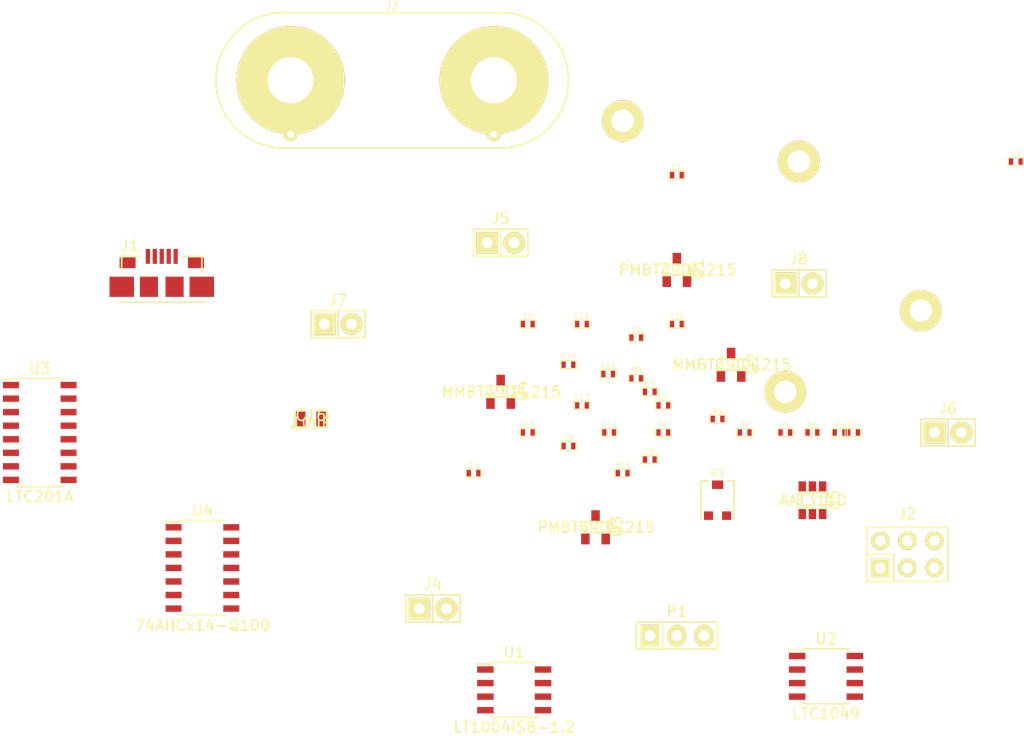
<source format=kicad_pcb>
(kicad_pcb (version 4) (host pcbnew "(after 2015-jan-16 BZR unknown)-product")

  (general
    (links 0)
    (no_connects 0)
    (area 0 0 0 0)
    (thickness 1.6)
    (drawings 0)
    (tracks 0)
    (zones 0)
    (modules 49)
    (nets 38)
  )

  (page USLetter)
  (title_block
    (title "Short finder")
    (company "Eric Kolker")
    (comment 1 "Adapted from LT AN45 fig. 13")
  )

  (layers
    (0 F.Cu signal)
    (31 B.Cu signal)
    (32 B.Adhes user)
    (33 F.Adhes user)
    (34 B.Paste user)
    (35 F.Paste user)
    (36 B.SilkS user)
    (37 F.SilkS user)
    (38 B.Mask user)
    (39 F.Mask user)
    (40 Dwgs.User user)
    (41 Cmts.User user)
    (42 Eco1.User user)
    (43 Eco2.User user)
    (44 Edge.Cuts user)
    (45 Margin user)
    (46 B.CrtYd user)
    (47 F.CrtYd user)
    (48 B.Fab user)
    (49 F.Fab user)
  )

  (setup
    (last_trace_width 0.254)
    (trace_clearance 0.254)
    (zone_clearance 0.508)
    (zone_45_only no)
    (trace_min 0.254)
    (segment_width 0.2)
    (edge_width 0.1)
    (via_size 0.889)
    (via_drill 0.635)
    (via_min_size 0.889)
    (via_min_drill 0.508)
    (uvia_size 0.508)
    (uvia_drill 0.127)
    (uvias_allowed no)
    (uvia_min_size 0.508)
    (uvia_min_drill 0.127)
    (pcb_text_width 0.3)
    (pcb_text_size 1.5 1.5)
    (mod_edge_width 0.15)
    (mod_text_size 1 1)
    (mod_text_width 0.15)
    (pad_size 1.5 1.5)
    (pad_drill 0.6)
    (pad_to_mask_clearance 0)
    (aux_axis_origin 0 0)
    (visible_elements FFFFFF7F)
    (pcbplotparams
      (layerselection 0x00030_80000001)
      (usegerberextensions false)
      (excludeedgelayer true)
      (linewidth 0.100000)
      (plotframeref false)
      (viasonmask false)
      (mode 1)
      (useauxorigin false)
      (hpglpennumber 1)
      (hpglpenspeed 20)
      (hpglpendiameter 15)
      (hpglpenoverlay 2)
      (psnegative false)
      (psa4output false)
      (plotreference true)
      (plotvalue true)
      (plotinvisibletext false)
      (padsonsilk false)
      (subtractmaskfromsilk false)
      (outputformat 1)
      (mirror false)
      (drillshape 1)
      (scaleselection 1)
      (outputdirectory ""))
  )

  (net 0 "")
  (net 1 GND)
  (net 2 /V+)
  (net 3 "Net-(C2-Pad2)")
  (net 4 "Net-(C2-Pad1)")
  (net 5 /VDD)
  (net 6 "Net-(C4-Pad1)")
  (net 7 "Net-(C6-Pad1)")
  (net 8 "Net-(C7-Pad1)")
  (net 9 "Net-(C9-Pad2)")
  (net 10 "Net-(C9-Pad1)")
  (net 11 /V_IN_REG)
  (net 12 /INV3_IN)
  (net 13 "Net-(C14-Pad2)")
  (net 14 "Net-(C14-Pad1)")
  (net 15 /V_USB)
  (net 16 "Net-(J1-Pad2)")
  (net 17 "Net-(J1-Pad3)")
  (net 18 "Net-(J1-Pad4)")
  (net 19 "Net-(J2-Pad2)")
  (net 20 /V_BATT)
  (net 21 /PROBE)
  (net 22 /OUT)
  (net 23 /SPEAKER)
  (net 24 "Net-(Q1-Pad2)")
  (net 25 "Net-(Q1-Pad1)")
  (net 26 "Net-(Q2-Pad1)")
  (net 27 "Net-(Q4-Pad3)")
  (net 28 "Net-(R1-Pad1)")
  (net 29 "Net-(R3-Pad2)")
  (net 30 /DRIVE)
  (net 31 /INV2_OUT)
  (net 32 "Net-(U1-Pad1)")
  (net 33 "Net-(U2-Pad1)")
  (net 34 "Net-(U2-Pad5)")
  (net 35 "Net-(U2-Pad8)")
  (net 36 /INV1)
  (net 37 "Net-(U3-Pad12)")

  (net_class Default "This is the default net class."
    (clearance 0.254)
    (trace_width 0.254)
    (via_dia 0.889)
    (via_drill 0.635)
    (uvia_dia 0.508)
    (uvia_drill 0.127)
    (add_net /DRIVE)
    (add_net /INV1)
    (add_net /INV2_OUT)
    (add_net /INV3_IN)
    (add_net /OUT)
    (add_net /PROBE)
    (add_net /SPEAKER)
    (add_net /V+)
    (add_net /VDD)
    (add_net /V_BATT)
    (add_net /V_IN_REG)
    (add_net /V_USB)
    (add_net GND)
    (add_net "Net-(C14-Pad1)")
    (add_net "Net-(C14-Pad2)")
    (add_net "Net-(C2-Pad1)")
    (add_net "Net-(C2-Pad2)")
    (add_net "Net-(C4-Pad1)")
    (add_net "Net-(C6-Pad1)")
    (add_net "Net-(C7-Pad1)")
    (add_net "Net-(C9-Pad1)")
    (add_net "Net-(C9-Pad2)")
    (add_net "Net-(J1-Pad2)")
    (add_net "Net-(J1-Pad3)")
    (add_net "Net-(J1-Pad4)")
    (add_net "Net-(J2-Pad2)")
    (add_net "Net-(Q1-Pad1)")
    (add_net "Net-(Q1-Pad2)")
    (add_net "Net-(Q2-Pad1)")
    (add_net "Net-(Q4-Pad3)")
    (add_net "Net-(R1-Pad1)")
    (add_net "Net-(R3-Pad2)")
    (add_net "Net-(U1-Pad1)")
    (add_net "Net-(U2-Pad1)")
    (add_net "Net-(U2-Pad5)")
    (add_net "Net-(U2-Pad8)")
    (add_net "Net-(U3-Pad12)")
  )

  (module !Parts:SMD-0402-C (layer F.Cu) (tedit 54DA6296) (tstamp 54DB1A08)
    (at 154.94 86.36)
    (path /54D6F994)
    (attr smd)
    (fp_text reference C1 (at 0 -0.762) (layer F.SilkS)
      (effects (font (size 0.5 0.5) (thickness 0.05)))
    )
    (fp_text value 470nF (at 0.09906 0) (layer F.SilkS) hide
      (effects (font (size 0.35052 0.3048) (thickness 0.07112)))
    )
    (fp_line (start 0.7366 0.381) (end 0.7366 -0.381) (layer F.SilkS) (width 0.1016))
    (fp_line (start 0.7366 -0.381) (end -0.7366 -0.381) (layer F.SilkS) (width 0.1016))
    (fp_line (start -0.7366 -0.381) (end -0.7366 0.3556) (layer F.SilkS) (width 0.1016))
    (fp_line (start -0.7366 0.3556) (end -0.7366 0.381) (layer F.SilkS) (width 0.1016))
    (fp_line (start -0.7366 0.381) (end 0.7366 0.381) (layer F.SilkS) (width 0.1016))
    (pad 2 smd rect (at 0.44958 0) (size 0.39878 0.59944) (layers F.Cu F.Paste F.Mask)
      (net 1 GND))
    (pad 1 smd rect (at -0.44958 0) (size 0.39878 0.59944) (layers F.Cu F.Paste F.Mask)
      (net 2 /V+))
    (model Capacitors_SMD/C_0402.wrl
      (at (xyz 0 0 0))
      (scale (xyz 1 1 1))
      (rotate (xyz 0 0 0))
    )
  )

  (module !Parts:SMD-0402-C (layer F.Cu) (tedit 54DA6296) (tstamp 54DB1A13)
    (at 153.67 110.49)
    (path /54D6CDAF)
    (attr smd)
    (fp_text reference C2 (at 0 -0.762) (layer F.SilkS)
      (effects (font (size 0.5 0.5) (thickness 0.05)))
    )
    (fp_text value 20nF (at 0.09906 0) (layer F.SilkS) hide
      (effects (font (size 0.35052 0.3048) (thickness 0.07112)))
    )
    (fp_line (start 0.7366 0.381) (end 0.7366 -0.381) (layer F.SilkS) (width 0.1016))
    (fp_line (start 0.7366 -0.381) (end -0.7366 -0.381) (layer F.SilkS) (width 0.1016))
    (fp_line (start -0.7366 -0.381) (end -0.7366 0.3556) (layer F.SilkS) (width 0.1016))
    (fp_line (start -0.7366 0.3556) (end -0.7366 0.381) (layer F.SilkS) (width 0.1016))
    (fp_line (start -0.7366 0.381) (end 0.7366 0.381) (layer F.SilkS) (width 0.1016))
    (pad 2 smd rect (at 0.44958 0) (size 0.39878 0.59944) (layers F.Cu F.Paste F.Mask)
      (net 3 "Net-(C2-Pad2)"))
    (pad 1 smd rect (at -0.44958 0) (size 0.39878 0.59944) (layers F.Cu F.Paste F.Mask)
      (net 4 "Net-(C2-Pad1)"))
    (model Capacitors_SMD/C_0402.wrl
      (at (xyz 0 0 0))
      (scale (xyz 1 1 1))
      (rotate (xyz 0 0 0))
    )
  )

  (module !Parts:SMD-0402-C (layer F.Cu) (tedit 54DA6296) (tstamp 54DB1A1E)
    (at 186.69 85.09)
    (path /54D9C7DA)
    (attr smd)
    (fp_text reference C3 (at 0 -0.762) (layer F.SilkS)
      (effects (font (size 0.5 0.5) (thickness 0.05)))
    )
    (fp_text value 20nF (at 0.09906 0) (layer F.SilkS) hide
      (effects (font (size 0.35052 0.3048) (thickness 0.07112)))
    )
    (fp_line (start 0.7366 0.381) (end 0.7366 -0.381) (layer F.SilkS) (width 0.1016))
    (fp_line (start 0.7366 -0.381) (end -0.7366 -0.381) (layer F.SilkS) (width 0.1016))
    (fp_line (start -0.7366 -0.381) (end -0.7366 0.3556) (layer F.SilkS) (width 0.1016))
    (fp_line (start -0.7366 0.3556) (end -0.7366 0.381) (layer F.SilkS) (width 0.1016))
    (fp_line (start -0.7366 0.381) (end 0.7366 0.381) (layer F.SilkS) (width 0.1016))
    (pad 2 smd rect (at 0.44958 0) (size 0.39878 0.59944) (layers F.Cu F.Paste F.Mask)
      (net 1 GND))
    (pad 1 smd rect (at -0.44958 0) (size 0.39878 0.59944) (layers F.Cu F.Paste F.Mask)
      (net 5 /VDD))
    (model Capacitors_SMD/C_0402.wrl
      (at (xyz 0 0 0))
      (scale (xyz 1 1 1))
      (rotate (xyz 0 0 0))
    )
  )

  (module !Parts:SMD-0402-C (layer F.Cu) (tedit 54DA6296) (tstamp 54DB1A29)
    (at 135.89 114.3)
    (path /54D6EC4F)
    (attr smd)
    (fp_text reference C4 (at 0 -0.762) (layer F.SilkS)
      (effects (font (size 0.5 0.5) (thickness 0.05)))
    )
    (fp_text value 10uF (at 0.09906 0) (layer F.SilkS) hide
      (effects (font (size 0.35052 0.3048) (thickness 0.07112)))
    )
    (fp_line (start 0.7366 0.381) (end 0.7366 -0.381) (layer F.SilkS) (width 0.1016))
    (fp_line (start 0.7366 -0.381) (end -0.7366 -0.381) (layer F.SilkS) (width 0.1016))
    (fp_line (start -0.7366 -0.381) (end -0.7366 0.3556) (layer F.SilkS) (width 0.1016))
    (fp_line (start -0.7366 0.3556) (end -0.7366 0.381) (layer F.SilkS) (width 0.1016))
    (fp_line (start -0.7366 0.381) (end 0.7366 0.381) (layer F.SilkS) (width 0.1016))
    (pad 2 smd rect (at 0.44958 0) (size 0.39878 0.59944) (layers F.Cu F.Paste F.Mask)
      (net 1 GND))
    (pad 1 smd rect (at -0.44958 0) (size 0.39878 0.59944) (layers F.Cu F.Paste F.Mask)
      (net 6 "Net-(C4-Pad1)"))
    (model Capacitors_SMD/C_0402.wrl
      (at (xyz 0 0 0))
      (scale (xyz 1 1 1))
      (rotate (xyz 0 0 0))
    )
  )

  (module !Parts:SMD-0402-C (layer F.Cu) (tedit 54DA6296) (tstamp 54DB1A34)
    (at 140.97 100.33)
    (path /54D9D30B)
    (attr smd)
    (fp_text reference C5 (at 0 -0.762) (layer F.SilkS)
      (effects (font (size 0.5 0.5) (thickness 0.05)))
    )
    (fp_text value 1uF (at 0.09906 0) (layer F.SilkS) hide
      (effects (font (size 0.35052 0.3048) (thickness 0.07112)))
    )
    (fp_line (start 0.7366 0.381) (end 0.7366 -0.381) (layer F.SilkS) (width 0.1016))
    (fp_line (start 0.7366 -0.381) (end -0.7366 -0.381) (layer F.SilkS) (width 0.1016))
    (fp_line (start -0.7366 -0.381) (end -0.7366 0.3556) (layer F.SilkS) (width 0.1016))
    (fp_line (start -0.7366 0.3556) (end -0.7366 0.381) (layer F.SilkS) (width 0.1016))
    (fp_line (start -0.7366 0.381) (end 0.7366 0.381) (layer F.SilkS) (width 0.1016))
    (pad 2 smd rect (at 0.44958 0) (size 0.39878 0.59944) (layers F.Cu F.Paste F.Mask)
      (net 1 GND))
    (pad 1 smd rect (at -0.44958 0) (size 0.39878 0.59944) (layers F.Cu F.Paste F.Mask)
      (net 5 /VDD))
    (model Capacitors_SMD/C_0402.wrl
      (at (xyz 0 0 0))
      (scale (xyz 1 1 1))
      (rotate (xyz 0 0 0))
    )
  )

  (module !Parts:SMD-0402-C (layer F.Cu) (tedit 54DA6296) (tstamp 54DB1A3F)
    (at 152.4 113.03)
    (path /54D760BC)
    (attr smd)
    (fp_text reference C6 (at 0 -0.762) (layer F.SilkS)
      (effects (font (size 0.5 0.5) (thickness 0.05)))
    )
    (fp_text value 100pF (at 0.09906 0) (layer F.SilkS) hide
      (effects (font (size 0.35052 0.3048) (thickness 0.07112)))
    )
    (fp_line (start 0.7366 0.381) (end 0.7366 -0.381) (layer F.SilkS) (width 0.1016))
    (fp_line (start 0.7366 -0.381) (end -0.7366 -0.381) (layer F.SilkS) (width 0.1016))
    (fp_line (start -0.7366 -0.381) (end -0.7366 0.3556) (layer F.SilkS) (width 0.1016))
    (fp_line (start -0.7366 0.3556) (end -0.7366 0.381) (layer F.SilkS) (width 0.1016))
    (fp_line (start -0.7366 0.381) (end 0.7366 0.381) (layer F.SilkS) (width 0.1016))
    (pad 2 smd rect (at 0.44958 0) (size 0.39878 0.59944) (layers F.Cu F.Paste F.Mask)
      (net 1 GND))
    (pad 1 smd rect (at -0.44958 0) (size 0.39878 0.59944) (layers F.Cu F.Paste F.Mask)
      (net 7 "Net-(C6-Pad1)"))
    (model Capacitors_SMD/C_0402.wrl
      (at (xyz 0 0 0))
      (scale (xyz 1 1 1))
      (rotate (xyz 0 0 0))
    )
  )

  (module !Parts:SMD-0402-C (layer F.Cu) (tedit 54DA6296) (tstamp 54DB1A4A)
    (at 153.67 107.95)
    (path /54D6DC27)
    (attr smd)
    (fp_text reference C7 (at 0 -0.762) (layer F.SilkS)
      (effects (font (size 0.5 0.5) (thickness 0.05)))
    )
    (fp_text value 100pF (at 0.09906 0) (layer F.SilkS) hide
      (effects (font (size 0.35052 0.3048) (thickness 0.07112)))
    )
    (fp_line (start 0.7366 0.381) (end 0.7366 -0.381) (layer F.SilkS) (width 0.1016))
    (fp_line (start 0.7366 -0.381) (end -0.7366 -0.381) (layer F.SilkS) (width 0.1016))
    (fp_line (start -0.7366 -0.381) (end -0.7366 0.3556) (layer F.SilkS) (width 0.1016))
    (fp_line (start -0.7366 0.3556) (end -0.7366 0.381) (layer F.SilkS) (width 0.1016))
    (fp_line (start -0.7366 0.381) (end 0.7366 0.381) (layer F.SilkS) (width 0.1016))
    (pad 2 smd rect (at 0.44958 0) (size 0.39878 0.59944) (layers F.Cu F.Paste F.Mask)
      (net 1 GND))
    (pad 1 smd rect (at -0.44958 0) (size 0.39878 0.59944) (layers F.Cu F.Paste F.Mask)
      (net 8 "Net-(C7-Pad1)"))
    (model Capacitors_SMD/C_0402.wrl
      (at (xyz 0 0 0))
      (scale (xyz 1 1 1))
      (rotate (xyz 0 0 0))
    )
  )

  (module !Parts:SMD-0402-C (layer F.Cu) (tedit 54DA6296) (tstamp 54DB1A55)
    (at 144.78 111.76)
    (path /54D971C2)
    (attr smd)
    (fp_text reference C8 (at 0 -0.762) (layer F.SilkS)
      (effects (font (size 0.5 0.5) (thickness 0.05)))
    )
    (fp_text value 1uF (at 0.09906 0) (layer F.SilkS) hide
      (effects (font (size 0.35052 0.3048) (thickness 0.07112)))
    )
    (fp_line (start 0.7366 0.381) (end 0.7366 -0.381) (layer F.SilkS) (width 0.1016))
    (fp_line (start 0.7366 -0.381) (end -0.7366 -0.381) (layer F.SilkS) (width 0.1016))
    (fp_line (start -0.7366 -0.381) (end -0.7366 0.3556) (layer F.SilkS) (width 0.1016))
    (fp_line (start -0.7366 0.3556) (end -0.7366 0.381) (layer F.SilkS) (width 0.1016))
    (fp_line (start -0.7366 0.381) (end 0.7366 0.381) (layer F.SilkS) (width 0.1016))
    (pad 2 smd rect (at 0.44958 0) (size 0.39878 0.59944) (layers F.Cu F.Paste F.Mask)
      (net 1 GND))
    (pad 1 smd rect (at -0.44958 0) (size 0.39878 0.59944) (layers F.Cu F.Paste F.Mask)
      (net 5 /VDD))
    (model Capacitors_SMD/C_0402.wrl
      (at (xyz 0 0 0))
      (scale (xyz 1 1 1))
      (rotate (xyz 0 0 0))
    )
  )

  (module !Parts:SMD-0402-C (layer F.Cu) (tedit 54DA6296) (tstamp 54DB1A60)
    (at 151.13 101.6)
    (path /54D6F2C2)
    (attr smd)
    (fp_text reference C9 (at 0 -0.762) (layer F.SilkS)
      (effects (font (size 0.5 0.5) (thickness 0.05)))
    )
    (fp_text value 390pF (at 0.09906 0) (layer F.SilkS) hide
      (effects (font (size 0.35052 0.3048) (thickness 0.07112)))
    )
    (fp_line (start 0.7366 0.381) (end 0.7366 -0.381) (layer F.SilkS) (width 0.1016))
    (fp_line (start 0.7366 -0.381) (end -0.7366 -0.381) (layer F.SilkS) (width 0.1016))
    (fp_line (start -0.7366 -0.381) (end -0.7366 0.3556) (layer F.SilkS) (width 0.1016))
    (fp_line (start -0.7366 0.3556) (end -0.7366 0.381) (layer F.SilkS) (width 0.1016))
    (fp_line (start -0.7366 0.381) (end 0.7366 0.381) (layer F.SilkS) (width 0.1016))
    (pad 2 smd rect (at 0.44958 0) (size 0.39878 0.59944) (layers F.Cu F.Paste F.Mask)
      (net 9 "Net-(C9-Pad2)"))
    (pad 1 smd rect (at -0.44958 0) (size 0.39878 0.59944) (layers F.Cu F.Paste F.Mask)
      (net 10 "Net-(C9-Pad1)"))
    (model Capacitors_SMD/C_0402.wrl
      (at (xyz 0 0 0))
      (scale (xyz 1 1 1))
      (rotate (xyz 0 0 0))
    )
  )

  (module !Parts:SMD-0402-C (layer F.Cu) (tedit 54DA6296) (tstamp 54DB1A6B)
    (at 148.59 110.49)
    (path /54D9C01F)
    (attr smd)
    (fp_text reference C10 (at 0 -0.762) (layer F.SilkS)
      (effects (font (size 0.5 0.5) (thickness 0.05)))
    )
    (fp_text value 20nF (at 0.09906 0) (layer F.SilkS) hide
      (effects (font (size 0.35052 0.3048) (thickness 0.07112)))
    )
    (fp_line (start 0.7366 0.381) (end 0.7366 -0.381) (layer F.SilkS) (width 0.1016))
    (fp_line (start 0.7366 -0.381) (end -0.7366 -0.381) (layer F.SilkS) (width 0.1016))
    (fp_line (start -0.7366 -0.381) (end -0.7366 0.3556) (layer F.SilkS) (width 0.1016))
    (fp_line (start -0.7366 0.3556) (end -0.7366 0.381) (layer F.SilkS) (width 0.1016))
    (fp_line (start -0.7366 0.381) (end 0.7366 0.381) (layer F.SilkS) (width 0.1016))
    (pad 2 smd rect (at 0.44958 0) (size 0.39878 0.59944) (layers F.Cu F.Paste F.Mask)
      (net 1 GND))
    (pad 1 smd rect (at -0.44958 0) (size 0.39878 0.59944) (layers F.Cu F.Paste F.Mask)
      (net 5 /VDD))
    (model Capacitors_SMD/C_0402.wrl
      (at (xyz 0 0 0))
      (scale (xyz 1 1 1))
      (rotate (xyz 0 0 0))
    )
  )

  (module !Parts:SMD-0402-C (layer F.Cu) (tedit 54DA6296) (tstamp 54DB1A76)
    (at 146.05 100.33)
    (path /54D969A1)
    (attr smd)
    (fp_text reference C11 (at 0 -0.762) (layer F.SilkS)
      (effects (font (size 0.5 0.5) (thickness 0.05)))
    )
    (fp_text value 10uF (at 0.09906 0) (layer F.SilkS) hide
      (effects (font (size 0.35052 0.3048) (thickness 0.07112)))
    )
    (fp_line (start 0.7366 0.381) (end 0.7366 -0.381) (layer F.SilkS) (width 0.1016))
    (fp_line (start 0.7366 -0.381) (end -0.7366 -0.381) (layer F.SilkS) (width 0.1016))
    (fp_line (start -0.7366 -0.381) (end -0.7366 0.3556) (layer F.SilkS) (width 0.1016))
    (fp_line (start -0.7366 0.3556) (end -0.7366 0.381) (layer F.SilkS) (width 0.1016))
    (fp_line (start -0.7366 0.381) (end 0.7366 0.381) (layer F.SilkS) (width 0.1016))
    (pad 2 smd rect (at 0.44958 0) (size 0.39878 0.59944) (layers F.Cu F.Paste F.Mask)
      (net 1 GND))
    (pad 1 smd rect (at -0.44958 0) (size 0.39878 0.59944) (layers F.Cu F.Paste F.Mask)
      (net 11 /V_IN_REG))
    (model Capacitors_SMD/C_0402.wrl
      (at (xyz 0 0 0))
      (scale (xyz 1 1 1))
      (rotate (xyz 0 0 0))
    )
  )

  (module !Parts:SMD-0402-C (layer F.Cu) (tedit 54DA6296) (tstamp 54DB1A81)
    (at 154.94 100.33)
    (path /54D9C925)
    (attr smd)
    (fp_text reference C12 (at 0 -0.762) (layer F.SilkS)
      (effects (font (size 0.5 0.5) (thickness 0.05)))
    )
    (fp_text value 1uF (at 0.09906 0) (layer F.SilkS) hide
      (effects (font (size 0.35052 0.3048) (thickness 0.07112)))
    )
    (fp_line (start 0.7366 0.381) (end 0.7366 -0.381) (layer F.SilkS) (width 0.1016))
    (fp_line (start 0.7366 -0.381) (end -0.7366 -0.381) (layer F.SilkS) (width 0.1016))
    (fp_line (start -0.7366 -0.381) (end -0.7366 0.3556) (layer F.SilkS) (width 0.1016))
    (fp_line (start -0.7366 0.3556) (end -0.7366 0.381) (layer F.SilkS) (width 0.1016))
    (fp_line (start -0.7366 0.381) (end 0.7366 0.381) (layer F.SilkS) (width 0.1016))
    (pad 2 smd rect (at 0.44958 0) (size 0.39878 0.59944) (layers F.Cu F.Paste F.Mask)
      (net 1 GND))
    (pad 1 smd rect (at -0.44958 0) (size 0.39878 0.59944) (layers F.Cu F.Paste F.Mask)
      (net 5 /VDD))
    (model Capacitors_SMD/C_0402.wrl
      (at (xyz 0 0 0))
      (scale (xyz 1 1 1))
      (rotate (xyz 0 0 0))
    )
  )

  (module !Parts:SMD-0402-C (layer F.Cu) (tedit 54DA6296) (tstamp 54DB1A8C)
    (at 146.05 107.95)
    (path /54D73972)
    (attr smd)
    (fp_text reference C13 (at 0 -0.762) (layer F.SilkS)
      (effects (font (size 0.5 0.5) (thickness 0.05)))
    )
    (fp_text value 300pF (at 0.09906 0) (layer F.SilkS) hide
      (effects (font (size 0.35052 0.3048) (thickness 0.07112)))
    )
    (fp_line (start 0.7366 0.381) (end 0.7366 -0.381) (layer F.SilkS) (width 0.1016))
    (fp_line (start 0.7366 -0.381) (end -0.7366 -0.381) (layer F.SilkS) (width 0.1016))
    (fp_line (start -0.7366 -0.381) (end -0.7366 0.3556) (layer F.SilkS) (width 0.1016))
    (fp_line (start -0.7366 0.3556) (end -0.7366 0.381) (layer F.SilkS) (width 0.1016))
    (fp_line (start -0.7366 0.381) (end 0.7366 0.381) (layer F.SilkS) (width 0.1016))
    (pad 2 smd rect (at 0.44958 0) (size 0.39878 0.59944) (layers F.Cu F.Paste F.Mask)
      (net 1 GND))
    (pad 1 smd rect (at -0.44958 0) (size 0.39878 0.59944) (layers F.Cu F.Paste F.Mask)
      (net 12 /INV3_IN))
    (model Capacitors_SMD/C_0402.wrl
      (at (xyz 0 0 0))
      (scale (xyz 1 1 1))
      (rotate (xyz 0 0 0))
    )
  )

  (module !Parts:SMD-0402-C (layer F.Cu) (tedit 54DA6296) (tstamp 54DB1A97)
    (at 144.78 104.14)
    (path /54D7599D)
    (attr smd)
    (fp_text reference C14 (at 0 -0.762) (layer F.SilkS)
      (effects (font (size 0.5 0.5) (thickness 0.05)))
    )
    (fp_text value 1uF (at 0.09906 0) (layer F.SilkS) hide
      (effects (font (size 0.35052 0.3048) (thickness 0.07112)))
    )
    (fp_line (start 0.7366 0.381) (end 0.7366 -0.381) (layer F.SilkS) (width 0.1016))
    (fp_line (start 0.7366 -0.381) (end -0.7366 -0.381) (layer F.SilkS) (width 0.1016))
    (fp_line (start -0.7366 -0.381) (end -0.7366 0.3556) (layer F.SilkS) (width 0.1016))
    (fp_line (start -0.7366 0.3556) (end -0.7366 0.381) (layer F.SilkS) (width 0.1016))
    (fp_line (start -0.7366 0.381) (end 0.7366 0.381) (layer F.SilkS) (width 0.1016))
    (pad 2 smd rect (at 0.44958 0) (size 0.39878 0.59944) (layers F.Cu F.Paste F.Mask)
      (net 13 "Net-(C14-Pad2)"))
    (pad 1 smd rect (at -0.44958 0) (size 0.39878 0.59944) (layers F.Cu F.Paste F.Mask)
      (net 14 "Net-(C14-Pad1)"))
    (model Capacitors_SMD/C_0402.wrl
      (at (xyz 0 0 0))
      (scale (xyz 1 1 1))
      (rotate (xyz 0 0 0))
    )
  )

  (module !Parts:SMD-0402-C (layer F.Cu) (tedit 54DA6296) (tstamp 54DB1AA2)
    (at 140.97 110.49)
    (path /54DA158E)
    (attr smd)
    (fp_text reference C15 (at 0 -0.762) (layer F.SilkS)
      (effects (font (size 0.5 0.5) (thickness 0.05)))
    )
    (fp_text value DNP (at 0.09906 0) (layer F.SilkS) hide
      (effects (font (size 0.35052 0.3048) (thickness 0.07112)))
    )
    (fp_line (start 0.7366 0.381) (end 0.7366 -0.381) (layer F.SilkS) (width 0.1016))
    (fp_line (start 0.7366 -0.381) (end -0.7366 -0.381) (layer F.SilkS) (width 0.1016))
    (fp_line (start -0.7366 -0.381) (end -0.7366 0.3556) (layer F.SilkS) (width 0.1016))
    (fp_line (start -0.7366 0.3556) (end -0.7366 0.381) (layer F.SilkS) (width 0.1016))
    (fp_line (start -0.7366 0.381) (end 0.7366 0.381) (layer F.SilkS) (width 0.1016))
    (pad 2 smd rect (at 0.44958 0) (size 0.39878 0.59944) (layers F.Cu F.Paste F.Mask)
      (net 1 GND))
    (pad 1 smd rect (at -0.44958 0) (size 0.39878 0.59944) (layers F.Cu F.Paste F.Mask)
      (net 12 /INV3_IN))
    (model Capacitors_SMD/C_0402.wrl
      (at (xyz 0 0 0))
      (scale (xyz 1 1 1))
      (rotate (xyz 0 0 0))
    )
  )

  (module SMD_Packages:SMD-0805 (layer F.Cu) (tedit 54DB0DFA) (tstamp 54DB1AA8)
    (at 120.65 109.22)
    (path /54D96522)
    (attr smd)
    (fp_text reference C16 (at 0 -0.3175) (layer F.SilkS)
      (effects (font (size 1 1) (thickness 0.15)))
    )
    (fp_text value 10uF (at 0 0.381) (layer F.SilkS)
      (effects (font (size 1 1) (thickness 0.15)))
    )
    (fp_circle (center -1.651 0.762) (end -1.651 0.635) (layer F.SilkS) (width 0.15))
    (fp_line (start -0.508 0.762) (end -1.524 0.762) (layer F.SilkS) (width 0.15))
    (fp_line (start -1.524 0.762) (end -1.524 -0.762) (layer F.SilkS) (width 0.15))
    (fp_line (start -1.524 -0.762) (end -0.508 -0.762) (layer F.SilkS) (width 0.15))
    (fp_line (start 0.508 -0.762) (end 1.524 -0.762) (layer F.SilkS) (width 0.15))
    (fp_line (start 1.524 -0.762) (end 1.524 0.762) (layer F.SilkS) (width 0.15))
    (fp_line (start 1.524 0.762) (end 0.508 0.762) (layer F.SilkS) (width 0.15))
    (pad 1 smd rect (at -0.9525 0) (size 0.889 1.397) (layers F.Cu F.Paste F.Mask)
      (net 5 /VDD))
    (pad 2 smd rect (at 0.9525 0) (size 0.889 1.397) (layers F.Cu F.Paste F.Mask)
      (net 1 GND))
    (model SMD_Packages/SMD-0805.wrl
      (at (xyz 0 0 0))
      (scale (xyz 0.1 0.1 0.1))
      (rotate (xyz 0 0 0))
    )
  )

  (module !Parts:M2-HOLE (layer F.Cu) (tedit 544A9B48) (tstamp 54DB1AAD)
    (at 166.37 85.09)
    (path /54DB196B)
    (fp_text reference H1 (at 0 0) (layer F.SilkS) hide
      (effects (font (size 1 1) (thickness 0.15)))
    )
    (fp_text value HOLE (at 0 0) (layer F.SilkS) hide
      (effects (font (size 1 1) (thickness 0.15)))
    )
    (pad "" np_thru_hole circle (at 0 0) (size 3.9 3.9) (drill 2.1) (layers *.Cu *.Mask F.SilkS))
  )

  (module !Parts:M2-HOLE (layer F.Cu) (tedit 544A9B48) (tstamp 54DB1AB2)
    (at 165.1 106.68)
    (path /54DB1BDC)
    (fp_text reference H2 (at 0 0) (layer F.SilkS) hide
      (effects (font (size 1 1) (thickness 0.15)))
    )
    (fp_text value HOLE (at 0 0) (layer F.SilkS) hide
      (effects (font (size 1 1) (thickness 0.15)))
    )
    (pad "" np_thru_hole circle (at 0 0) (size 3.9 3.9) (drill 2.1) (layers *.Cu *.Mask F.SilkS))
  )

  (module !Parts:M2-HOLE (layer F.Cu) (tedit 544A9B48) (tstamp 54DB1AB7)
    (at 177.8 99.06)
    (path /54DB1DB5)
    (fp_text reference H3 (at 0 0) (layer F.SilkS) hide
      (effects (font (size 1 1) (thickness 0.15)))
    )
    (fp_text value HOLE (at 0 0) (layer F.SilkS) hide
      (effects (font (size 1 1) (thickness 0.15)))
    )
    (pad "" np_thru_hole circle (at 0 0) (size 3.9 3.9) (drill 2.1) (layers *.Cu *.Mask F.SilkS))
  )

  (module !Parts:M2-HOLE (layer F.Cu) (tedit 544A9B48) (tstamp 54DB1ABC)
    (at 149.86 81.28)
    (path /54DB1DBB)
    (fp_text reference H4 (at 0 0) (layer F.SilkS) hide
      (effects (font (size 1 1) (thickness 0.15)))
    )
    (fp_text value HOLE (at 0 0) (layer F.SilkS) hide
      (effects (font (size 1 1) (thickness 0.15)))
    )
    (pad "" np_thru_hole circle (at 0 0) (size 3.9 3.9) (drill 2.1) (layers *.Cu *.Mask F.SilkS))
  )

  (module !Parts:MICRO-USB-10104111 (layer F.Cu) (tedit 5449BD13) (tstamp 54DB1AD1)
    (at 106.68 93.98)
    (path /54D75CBF)
    (fp_text reference J1 (at -3 -1) (layer F.SilkS)
      (effects (font (size 1 1) (thickness 0.15)))
    )
    (fp_text value USB-MICRO-B (at 0 -5.08) (layer F.SilkS) hide
      (effects (font (size 1 1) (thickness 0.15)))
    )
    (fp_text user "BOARD EDGE" (at 0 4.75) (layer F.SilkS) hide
      (effects (font (size 0.5 0.5) (thickness 0.05)))
    )
    (fp_line (start -3.75 0) (end -3.75 1.5) (layer F.SilkS) (width 0.15))
    (fp_line (start 3.75 0) (end 3.75 1.5) (layer F.SilkS) (width 0.15))
    (fp_line (start -2 0) (end -3.75 0) (layer F.SilkS) (width 0.15))
    (fp_line (start 2 0) (end 3.75 0) (layer F.SilkS) (width 0.15))
    (fp_line (start 4 4.3) (end -4 4.3) (layer F.SilkS) (width 0.15))
    (pad 1 smd rect (at -1.3 0) (size 0.4 1.4) (layers F.Cu F.Paste F.Mask)
      (net 15 /V_USB))
    (pad 2 smd rect (at -0.65 0) (size 0.4 1.4) (layers F.Cu F.Paste F.Mask)
      (net 16 "Net-(J1-Pad2)"))
    (pad 3 smd rect (at 0 0) (size 0.4 1.4) (layers F.Cu F.Paste F.Mask)
      (net 17 "Net-(J1-Pad3)"))
    (pad 4 smd rect (at 0.65 0) (size 0.4 1.4) (layers F.Cu F.Paste F.Mask)
      (net 18 "Net-(J1-Pad4)"))
    (pad 5 smd rect (at 1.3 0) (size 0.4 1.4) (layers F.Cu F.Paste F.Mask)
      (net 1 GND))
    (pad 6 smd rect (at -3.75 2.85) (size 2.3 1.9) (layers F.Cu F.Paste F.Mask)
      (net 7 "Net-(C6-Pad1)"))
    (pad 7 smd rect (at -1.2 2.85) (size 1.7 1.9) (layers F.Cu F.Paste F.Mask)
      (net 7 "Net-(C6-Pad1)"))
    (pad 8 smd rect (at 1.2 2.85) (size 1.7 1.9) (layers F.Cu F.Paste F.Mask)
      (net 7 "Net-(C6-Pad1)"))
    (pad 9 smd rect (at 3.75 2.85) (size 2.3 1.9) (layers F.Cu F.Paste F.Mask)
      (net 7 "Net-(C6-Pad1)"))
    (pad 9 smd rect (at 3.2 0.6) (size 1.5 1) (layers F.Cu F.Paste F.Mask)
      (net 7 "Net-(C6-Pad1)"))
    (pad 9 smd rect (at -3.2 0.6) (size 1.5 1) (layers F.Cu F.Paste F.Mask)
      (net 7 "Net-(C6-Pad1)"))
  )

  (module Pin_Headers:Pin_Header_Straight_2x03 (layer F.Cu) (tedit 54DB0DFA) (tstamp 54DB1ADB)
    (at 176.53 121.92)
    (descr "Through hole pin header")
    (tags "pin header")
    (path /54D8048F)
    (fp_text reference J2 (at 0 -3.81) (layer F.SilkS)
      (effects (font (size 1 1) (thickness 0.15)))
    )
    (fp_text value CONN_02X03 (at 0 0) (layer F.SilkS) hide
      (effects (font (size 1 1) (thickness 0.15)))
    )
    (fp_line (start -3.81 0) (end -1.27 0) (layer F.SilkS) (width 0.15))
    (fp_line (start -1.27 0) (end -1.27 2.54) (layer F.SilkS) (width 0.15))
    (fp_line (start -3.81 2.54) (end 3.81 2.54) (layer F.SilkS) (width 0.15))
    (fp_line (start 3.81 2.54) (end 3.81 -2.54) (layer F.SilkS) (width 0.15))
    (fp_line (start 3.81 -2.54) (end -1.27 -2.54) (layer F.SilkS) (width 0.15))
    (fp_line (start -3.81 2.54) (end -3.81 0) (layer F.SilkS) (width 0.15))
    (fp_line (start -3.81 -2.54) (end -3.81 0) (layer F.SilkS) (width 0.15))
    (fp_line (start -1.27 -2.54) (end -3.81 -2.54) (layer F.SilkS) (width 0.15))
    (pad 1 thru_hole rect (at -2.54 1.27) (size 1.7272 1.7272) (drill 1.016) (layers *.Cu *.Mask F.SilkS)
      (net 15 /V_USB))
    (pad 2 thru_hole oval (at -2.54 -1.27) (size 1.7272 1.7272) (drill 1.016) (layers *.Cu *.Mask F.SilkS)
      (net 19 "Net-(J2-Pad2)"))
    (pad 3 thru_hole oval (at 0 1.27) (size 1.7272 1.7272) (drill 1.016) (layers *.Cu *.Mask F.SilkS)
      (net 5 /VDD))
    (pad 4 thru_hole oval (at 0 -1.27) (size 1.7272 1.7272) (drill 1.016) (layers *.Cu *.Mask F.SilkS)
      (net 11 /V_IN_REG))
    (pad 5 thru_hole oval (at 2.54 1.27) (size 1.7272 1.7272) (drill 1.016) (layers *.Cu *.Mask F.SilkS)
      (net 20 /V_BATT))
    (pad 6 thru_hole oval (at 2.54 -1.27) (size 1.7272 1.7272) (drill 1.016) (layers *.Cu *.Mask F.SilkS)
      (net 20 /V_BATT))
    (model Pin_Headers/Pin_Header_Straight_2x03.wrl
      (at (xyz 0 0 0))
      (scale (xyz 1 1 1))
      (rotate (xyz 0 0 0))
    )
  )

  (module !Parts:POMONA_6883 (layer F.Cu) (tedit 54DB0753) (tstamp 54DB1AE7)
    (at 128.27 77.47)
    (path /54DB23DF)
    (fp_text reference J3 (at 0 -6.985) (layer F.SilkS)
      (effects (font (size 0.7 0.7) (thickness 0.075)))
    )
    (fp_text value CONN_01X02 (at 0 -0.75) (layer F.Fab) hide
      (effects (font (size 0.5 0.5) (thickness 0.05)))
    )
    (fp_arc (start -10.16 0) (end -10.16 6.35) (angle 180) (layer F.SilkS) (width 0.15))
    (fp_arc (start 10.16 0) (end 10.16 -6.35) (angle 180) (layer F.SilkS) (width 0.15))
    (fp_line (start 10.16 6.35) (end -10.16 6.35) (layer F.SilkS) (width 0.15))
    (fp_line (start -10.16 -6.35) (end 10.16 -6.35) (layer F.SilkS) (width 0.15))
    (pad 1 thru_hole circle (at -9.525 0) (size 10.16 10.16) (drill 4.318) (layers *.Cu *.Mask F.SilkS)
      (net 21 /PROBE))
    (pad 2 thru_hole circle (at 9.525 0) (size 10.16 10.16) (drill 4.318) (layers *.Cu *.Mask F.SilkS)
      (net 1 GND))
    (pad 2 thru_hole circle (at 9.525 5.08) (size 1.27 1.27) (drill 0.635) (layers *.Cu *.Mask F.SilkS)
      (net 1 GND))
    (pad 1 thru_hole circle (at -9.525 5.08) (size 1.27 1.27) (drill 0.635) (layers *.Cu *.Mask F.SilkS)
      (net 21 /PROBE))
  )

  (module Pin_Headers:Pin_Header_Straight_1x02 (layer F.Cu) (tedit 54DB0DFA) (tstamp 54DB1AED)
    (at 132.08 127)
    (descr "Through hole pin header")
    (tags "pin header")
    (path /54D744C8)
    (fp_text reference J4 (at 0 -2.286) (layer F.SilkS)
      (effects (font (size 1 1) (thickness 0.15)))
    )
    (fp_text value CONN_01X02 (at 0 0) (layer F.SilkS) hide
      (effects (font (size 1 1) (thickness 0.15)))
    )
    (fp_line (start 0 -1.27) (end 0 1.27) (layer F.SilkS) (width 0.15))
    (fp_line (start -2.54 -1.27) (end -2.54 1.27) (layer F.SilkS) (width 0.15))
    (fp_line (start -2.54 1.27) (end 0 1.27) (layer F.SilkS) (width 0.15))
    (fp_line (start 0 1.27) (end 2.54 1.27) (layer F.SilkS) (width 0.15))
    (fp_line (start 2.54 1.27) (end 2.54 -1.27) (layer F.SilkS) (width 0.15))
    (fp_line (start 2.54 -1.27) (end -2.54 -1.27) (layer F.SilkS) (width 0.15))
    (pad 1 thru_hole rect (at -1.27 0) (size 2.032 2.032) (drill 1.016) (layers *.Cu *.Mask F.SilkS)
      (net 20 /V_BATT))
    (pad 2 thru_hole oval (at 1.27 0) (size 2.032 2.032) (drill 1.016) (layers *.Cu *.Mask F.SilkS)
      (net 1 GND))
    (model Pin_Headers/Pin_Header_Straight_1x02.wrl
      (at (xyz 0 0 0))
      (scale (xyz 1 1 1))
      (rotate (xyz 0 0 0))
    )
  )

  (module Pin_Headers:Pin_Header_Straight_1x02 (layer F.Cu) (tedit 54DB0DFA) (tstamp 54DB1AF3)
    (at 138.43 92.71)
    (descr "Through hole pin header")
    (tags "pin header")
    (path /54D8711A)
    (fp_text reference J5 (at 0 -2.286) (layer F.SilkS)
      (effects (font (size 1 1) (thickness 0.15)))
    )
    (fp_text value CONN_01X02 (at 0 0) (layer F.SilkS) hide
      (effects (font (size 1 1) (thickness 0.15)))
    )
    (fp_line (start 0 -1.27) (end 0 1.27) (layer F.SilkS) (width 0.15))
    (fp_line (start -2.54 -1.27) (end -2.54 1.27) (layer F.SilkS) (width 0.15))
    (fp_line (start -2.54 1.27) (end 0 1.27) (layer F.SilkS) (width 0.15))
    (fp_line (start 0 1.27) (end 2.54 1.27) (layer F.SilkS) (width 0.15))
    (fp_line (start 2.54 1.27) (end 2.54 -1.27) (layer F.SilkS) (width 0.15))
    (fp_line (start 2.54 -1.27) (end -2.54 -1.27) (layer F.SilkS) (width 0.15))
    (pad 1 thru_hole rect (at -1.27 0) (size 2.032 2.032) (drill 1.016) (layers *.Cu *.Mask F.SilkS)
      (net 22 /OUT))
    (pad 2 thru_hole oval (at 1.27 0) (size 2.032 2.032) (drill 1.016) (layers *.Cu *.Mask F.SilkS)
      (net 1 GND))
    (model Pin_Headers/Pin_Header_Straight_1x02.wrl
      (at (xyz 0 0 0))
      (scale (xyz 1 1 1))
      (rotate (xyz 0 0 0))
    )
  )

  (module Pin_Headers:Pin_Header_Straight_1x02 (layer F.Cu) (tedit 54DB0DFA) (tstamp 54DB1AF9)
    (at 180.34 110.49)
    (descr "Through hole pin header")
    (tags "pin header")
    (path /54D87CAC)
    (fp_text reference J6 (at 0 -2.286) (layer F.SilkS)
      (effects (font (size 1 1) (thickness 0.15)))
    )
    (fp_text value CONN_01X02 (at 0 0) (layer F.SilkS) hide
      (effects (font (size 1 1) (thickness 0.15)))
    )
    (fp_line (start 0 -1.27) (end 0 1.27) (layer F.SilkS) (width 0.15))
    (fp_line (start -2.54 -1.27) (end -2.54 1.27) (layer F.SilkS) (width 0.15))
    (fp_line (start -2.54 1.27) (end 0 1.27) (layer F.SilkS) (width 0.15))
    (fp_line (start 0 1.27) (end 2.54 1.27) (layer F.SilkS) (width 0.15))
    (fp_line (start 2.54 1.27) (end 2.54 -1.27) (layer F.SilkS) (width 0.15))
    (fp_line (start 2.54 -1.27) (end -2.54 -1.27) (layer F.SilkS) (width 0.15))
    (pad 1 thru_hole rect (at -1.27 0) (size 2.032 2.032) (drill 1.016) (layers *.Cu *.Mask F.SilkS)
      (net 20 /V_BATT))
    (pad 2 thru_hole oval (at 1.27 0) (size 2.032 2.032) (drill 1.016) (layers *.Cu *.Mask F.SilkS)
      (net 1 GND))
    (model Pin_Headers/Pin_Header_Straight_1x02.wrl
      (at (xyz 0 0 0))
      (scale (xyz 1 1 1))
      (rotate (xyz 0 0 0))
    )
  )

  (module Pin_Headers:Pin_Header_Straight_1x02 (layer F.Cu) (tedit 54DB0DFA) (tstamp 54DB1AFF)
    (at 123.19 100.33)
    (descr "Through hole pin header")
    (tags "pin header")
    (path /54D8FA63)
    (fp_text reference J7 (at 0 -2.286) (layer F.SilkS)
      (effects (font (size 1 1) (thickness 0.15)))
    )
    (fp_text value CONN_01X02 (at 0 0) (layer F.SilkS) hide
      (effects (font (size 1 1) (thickness 0.15)))
    )
    (fp_line (start 0 -1.27) (end 0 1.27) (layer F.SilkS) (width 0.15))
    (fp_line (start -2.54 -1.27) (end -2.54 1.27) (layer F.SilkS) (width 0.15))
    (fp_line (start -2.54 1.27) (end 0 1.27) (layer F.SilkS) (width 0.15))
    (fp_line (start 0 1.27) (end 2.54 1.27) (layer F.SilkS) (width 0.15))
    (fp_line (start 2.54 1.27) (end 2.54 -1.27) (layer F.SilkS) (width 0.15))
    (fp_line (start 2.54 -1.27) (end -2.54 -1.27) (layer F.SilkS) (width 0.15))
    (pad 1 thru_hole rect (at -1.27 0) (size 2.032 2.032) (drill 1.016) (layers *.Cu *.Mask F.SilkS)
      (net 23 /SPEAKER))
    (pad 2 thru_hole oval (at 1.27 0) (size 2.032 2.032) (drill 1.016) (layers *.Cu *.Mask F.SilkS)
      (net 1 GND))
    (model Pin_Headers/Pin_Header_Straight_1x02.wrl
      (at (xyz 0 0 0))
      (scale (xyz 1 1 1))
      (rotate (xyz 0 0 0))
    )
  )

  (module Pin_Headers:Pin_Header_Straight_1x02 (layer F.Cu) (tedit 54DB0DFA) (tstamp 54DB1B05)
    (at 166.37 96.52)
    (descr "Through hole pin header")
    (tags "pin header")
    (path /54D87F08)
    (fp_text reference J8 (at 0 -2.286) (layer F.SilkS)
      (effects (font (size 1 1) (thickness 0.15)))
    )
    (fp_text value CONN_01X02 (at 0 0) (layer F.SilkS) hide
      (effects (font (size 1 1) (thickness 0.15)))
    )
    (fp_line (start 0 -1.27) (end 0 1.27) (layer F.SilkS) (width 0.15))
    (fp_line (start -2.54 -1.27) (end -2.54 1.27) (layer F.SilkS) (width 0.15))
    (fp_line (start -2.54 1.27) (end 0 1.27) (layer F.SilkS) (width 0.15))
    (fp_line (start 0 1.27) (end 2.54 1.27) (layer F.SilkS) (width 0.15))
    (fp_line (start 2.54 1.27) (end 2.54 -1.27) (layer F.SilkS) (width 0.15))
    (fp_line (start 2.54 -1.27) (end -2.54 -1.27) (layer F.SilkS) (width 0.15))
    (pad 1 thru_hole rect (at -1.27 0) (size 2.032 2.032) (drill 1.016) (layers *.Cu *.Mask F.SilkS)
      (net 20 /V_BATT))
    (pad 2 thru_hole oval (at 1.27 0) (size 2.032 2.032) (drill 1.016) (layers *.Cu *.Mask F.SilkS)
      (net 1 GND))
    (model Pin_Headers/Pin_Header_Straight_1x02.wrl
      (at (xyz 0 0 0))
      (scale (xyz 1 1 1))
      (rotate (xyz 0 0 0))
    )
  )

  (module Pin_Headers:Pin_Header_Straight_1x03 (layer F.Cu) (tedit 54DB0DFA) (tstamp 54DB1B0C)
    (at 154.94 129.54)
    (descr "Through hole pin header")
    (tags "pin header")
    (path /54D92F5A)
    (fp_text reference P1 (at 0 -2.286) (layer F.SilkS)
      (effects (font (size 1 1) (thickness 0.15)))
    )
    (fp_text value CONN_01X03 (at 0 0) (layer F.SilkS) hide
      (effects (font (size 1 1) (thickness 0.15)))
    )
    (fp_line (start -1.27 1.27) (end 3.81 1.27) (layer F.SilkS) (width 0.15))
    (fp_line (start 3.81 1.27) (end 3.81 -1.27) (layer F.SilkS) (width 0.15))
    (fp_line (start 3.81 -1.27) (end -1.27 -1.27) (layer F.SilkS) (width 0.15))
    (fp_line (start -3.81 -1.27) (end -1.27 -1.27) (layer F.SilkS) (width 0.15))
    (fp_line (start -1.27 -1.27) (end -1.27 1.27) (layer F.SilkS) (width 0.15))
    (fp_line (start -3.81 -1.27) (end -3.81 1.27) (layer F.SilkS) (width 0.15))
    (fp_line (start -3.81 1.27) (end -1.27 1.27) (layer F.SilkS) (width 0.15))
    (pad 1 thru_hole rect (at -2.54 0) (size 1.7272 2.032) (drill 1.016) (layers *.Cu *.Mask F.SilkS)
      (net 23 /SPEAKER))
    (pad 2 thru_hole oval (at 0 0) (size 1.7272 2.032) (drill 1.016) (layers *.Cu *.Mask F.SilkS)
      (net 23 /SPEAKER))
    (pad 3 thru_hole oval (at 2.54 0) (size 1.7272 2.032) (drill 1.016) (layers *.Cu *.Mask F.SilkS)
      (net 1 GND))
    (model Pin_Headers/Pin_Header_Straight_1x03.wrl
      (at (xyz 0 0 0))
      (scale (xyz 1 1 1))
      (rotate (xyz 0 0 0))
    )
  )

  (module SMD_Packages:SOT-23 (layer F.Cu) (tedit 54DB0DFA) (tstamp 54DB1B13)
    (at 154.94 95.25)
    (tags SOT23)
    (path /54D6D615)
    (fp_text reference Q1 (at 1.99898 -0.09906 90) (layer F.SilkS)
      (effects (font (size 1 1) (thickness 0.15)))
    )
    (fp_text value PMBT3906,215 (at 0.0635 0) (layer F.SilkS)
      (effects (font (size 1 1) (thickness 0.15)))
    )
    (fp_circle (center -1.17602 0.35052) (end -1.30048 0.44958) (layer F.SilkS) (width 0.15))
    (fp_line (start 1.27 -0.508) (end 1.27 0.508) (layer F.SilkS) (width 0.15))
    (fp_line (start -1.3335 -0.508) (end -1.3335 0.508) (layer F.SilkS) (width 0.15))
    (fp_line (start 1.27 0.508) (end -1.3335 0.508) (layer F.SilkS) (width 0.15))
    (fp_line (start -1.3335 -0.508) (end 1.27 -0.508) (layer F.SilkS) (width 0.15))
    (pad 3 smd rect (at 0 -1.09982) (size 0.8001 1.00076) (layers F.Cu F.Paste F.Mask)
      (net 8 "Net-(C7-Pad1)"))
    (pad 2 smd rect (at 0.9525 1.09982) (size 0.8001 1.00076) (layers F.Cu F.Paste F.Mask)
      (net 24 "Net-(Q1-Pad2)"))
    (pad 1 smd rect (at -0.9525 1.09982) (size 0.8001 1.00076) (layers F.Cu F.Paste F.Mask)
      (net 25 "Net-(Q1-Pad1)"))
    (model SMD_Packages/SOT-23.wrl
      (at (xyz 0 0 0))
      (scale (xyz 0.4 0.4 0.4))
      (rotate (xyz 0 0 180))
    )
  )

  (module SMD_Packages:SOT-23 (layer F.Cu) (tedit 54DB0DFA) (tstamp 54DB1B1A)
    (at 160.02 104.14)
    (tags SOT23)
    (path /54D8F3BF)
    (fp_text reference Q2 (at 1.99898 -0.09906 90) (layer F.SilkS)
      (effects (font (size 1 1) (thickness 0.15)))
    )
    (fp_text value MMBT3904,215 (at 0.0635 0) (layer F.SilkS)
      (effects (font (size 1 1) (thickness 0.15)))
    )
    (fp_circle (center -1.17602 0.35052) (end -1.30048 0.44958) (layer F.SilkS) (width 0.15))
    (fp_line (start 1.27 -0.508) (end 1.27 0.508) (layer F.SilkS) (width 0.15))
    (fp_line (start -1.3335 -0.508) (end -1.3335 0.508) (layer F.SilkS) (width 0.15))
    (fp_line (start 1.27 0.508) (end -1.3335 0.508) (layer F.SilkS) (width 0.15))
    (fp_line (start -1.3335 -0.508) (end 1.27 -0.508) (layer F.SilkS) (width 0.15))
    (pad 3 smd rect (at 0 -1.09982) (size 0.8001 1.00076) (layers F.Cu F.Paste F.Mask)
      (net 5 /VDD))
    (pad 2 smd rect (at 0.9525 1.09982) (size 0.8001 1.00076) (layers F.Cu F.Paste F.Mask)
      (net 23 /SPEAKER))
    (pad 1 smd rect (at -0.9525 1.09982) (size 0.8001 1.00076) (layers F.Cu F.Paste F.Mask)
      (net 26 "Net-(Q2-Pad1)"))
    (model SMD_Packages/SOT-23.wrl
      (at (xyz 0 0 0))
      (scale (xyz 0.4 0.4 0.4))
      (rotate (xyz 0 0 180))
    )
  )

  (module SMD_Packages:SOT-23 (layer F.Cu) (tedit 54DB0DFA) (tstamp 54DB1B21)
    (at 147.32 119.38)
    (tags SOT23)
    (path /54D8F46D)
    (fp_text reference Q3 (at 1.99898 -0.09906 90) (layer F.SilkS)
      (effects (font (size 1 1) (thickness 0.15)))
    )
    (fp_text value PMBT3906,215 (at 0.0635 0) (layer F.SilkS)
      (effects (font (size 1 1) (thickness 0.15)))
    )
    (fp_circle (center -1.17602 0.35052) (end -1.30048 0.44958) (layer F.SilkS) (width 0.15))
    (fp_line (start 1.27 -0.508) (end 1.27 0.508) (layer F.SilkS) (width 0.15))
    (fp_line (start -1.3335 -0.508) (end -1.3335 0.508) (layer F.SilkS) (width 0.15))
    (fp_line (start 1.27 0.508) (end -1.3335 0.508) (layer F.SilkS) (width 0.15))
    (fp_line (start -1.3335 -0.508) (end 1.27 -0.508) (layer F.SilkS) (width 0.15))
    (pad 3 smd rect (at 0 -1.09982) (size 0.8001 1.00076) (layers F.Cu F.Paste F.Mask)
      (net 1 GND))
    (pad 2 smd rect (at 0.9525 1.09982) (size 0.8001 1.00076) (layers F.Cu F.Paste F.Mask)
      (net 23 /SPEAKER))
    (pad 1 smd rect (at -0.9525 1.09982) (size 0.8001 1.00076) (layers F.Cu F.Paste F.Mask)
      (net 26 "Net-(Q2-Pad1)"))
    (model SMD_Packages/SOT-23.wrl
      (at (xyz 0 0 0))
      (scale (xyz 0.4 0.4 0.4))
      (rotate (xyz 0 0 180))
    )
  )

  (module SMD_Packages:SOT-23 (layer F.Cu) (tedit 54DB0DFA) (tstamp 54DB1B28)
    (at 138.43 106.68)
    (tags SOT23)
    (path /54D6D5CD)
    (fp_text reference Q4 (at 1.99898 -0.09906 90) (layer F.SilkS)
      (effects (font (size 1 1) (thickness 0.15)))
    )
    (fp_text value MMBT3904,215 (at 0.0635 0) (layer F.SilkS)
      (effects (font (size 1 1) (thickness 0.15)))
    )
    (fp_circle (center -1.17602 0.35052) (end -1.30048 0.44958) (layer F.SilkS) (width 0.15))
    (fp_line (start 1.27 -0.508) (end 1.27 0.508) (layer F.SilkS) (width 0.15))
    (fp_line (start -1.3335 -0.508) (end -1.3335 0.508) (layer F.SilkS) (width 0.15))
    (fp_line (start 1.27 0.508) (end -1.3335 0.508) (layer F.SilkS) (width 0.15))
    (fp_line (start -1.3335 -0.508) (end 1.27 -0.508) (layer F.SilkS) (width 0.15))
    (pad 3 smd rect (at 0 -1.09982) (size 0.8001 1.00076) (layers F.Cu F.Paste F.Mask)
      (net 27 "Net-(Q4-Pad3)"))
    (pad 2 smd rect (at 0.9525 1.09982) (size 0.8001 1.00076) (layers F.Cu F.Paste F.Mask)
      (net 22 /OUT))
    (pad 1 smd rect (at -0.9525 1.09982) (size 0.8001 1.00076) (layers F.Cu F.Paste F.Mask)
      (net 8 "Net-(C7-Pad1)"))
    (model SMD_Packages/SOT-23.wrl
      (at (xyz 0 0 0))
      (scale (xyz 0.4 0.4 0.4))
      (rotate (xyz 0 0 180))
    )
  )

  (module !Parts:SMD-0402-R (layer F.Cu) (tedit 54DA6278) (tstamp 54DB1B33)
    (at 158.75 109.22)
    (path /54DA723C)
    (attr smd)
    (fp_text reference R1 (at 0 -0.762) (layer F.SilkS)
      (effects (font (size 0.5 0.5) (thickness 0.05)))
    )
    (fp_text value DNP (at 0.09906 0) (layer F.SilkS) hide
      (effects (font (size 0.35052 0.3048) (thickness 0.07112)))
    )
    (fp_line (start 0.7366 0.381) (end 0.7366 -0.381) (layer F.SilkS) (width 0.1016))
    (fp_line (start 0.7366 -0.381) (end -0.7366 -0.381) (layer F.SilkS) (width 0.1016))
    (fp_line (start -0.7366 -0.381) (end -0.7366 0.3556) (layer F.SilkS) (width 0.1016))
    (fp_line (start -0.7366 0.3556) (end -0.7366 0.381) (layer F.SilkS) (width 0.1016))
    (fp_line (start -0.7366 0.381) (end 0.7366 0.381) (layer F.SilkS) (width 0.1016))
    (pad 2 smd rect (at 0.44958 0) (size 0.39878 0.59944) (layers F.Cu F.Paste F.Mask)
      (net 1 GND))
    (pad 1 smd rect (at -0.44958 0) (size 0.39878 0.59944) (layers F.Cu F.Paste F.Mask)
      (net 28 "Net-(R1-Pad1)"))
    (model Resistors_SMD/R_0402.wrl
      (at (xyz 0 0 0))
      (scale (xyz 1 1 1))
      (rotate (xyz 0 0 0))
    )
  )

  (module !Parts:SMD-0402-R (layer F.Cu) (tedit 54DA6278) (tstamp 54DB1B3E)
    (at 161.29 110.49)
    (path /54D6FA23)
    (attr smd)
    (fp_text reference R2 (at 0 -0.762) (layer F.SilkS)
      (effects (font (size 0.5 0.5) (thickness 0.05)))
    )
    (fp_text value 6.8kR (at 0.09906 0) (layer F.SilkS) hide
      (effects (font (size 0.35052 0.3048) (thickness 0.07112)))
    )
    (fp_line (start 0.7366 0.381) (end 0.7366 -0.381) (layer F.SilkS) (width 0.1016))
    (fp_line (start 0.7366 -0.381) (end -0.7366 -0.381) (layer F.SilkS) (width 0.1016))
    (fp_line (start -0.7366 -0.381) (end -0.7366 0.3556) (layer F.SilkS) (width 0.1016))
    (fp_line (start -0.7366 0.3556) (end -0.7366 0.381) (layer F.SilkS) (width 0.1016))
    (fp_line (start -0.7366 0.381) (end 0.7366 0.381) (layer F.SilkS) (width 0.1016))
    (pad 2 smd rect (at 0.44958 0) (size 0.39878 0.59944) (layers F.Cu F.Paste F.Mask)
      (net 28 "Net-(R1-Pad1)"))
    (pad 1 smd rect (at -0.44958 0) (size 0.39878 0.59944) (layers F.Cu F.Paste F.Mask)
      (net 2 /V+))
    (model Resistors_SMD/R_0402.wrl
      (at (xyz 0 0 0))
      (scale (xyz 1 1 1))
      (rotate (xyz 0 0 0))
    )
  )

  (module !Parts:PVZ3A (layer F.Cu) (tedit 54DB0B6F) (tstamp 54DB1B4A)
    (at 158.75 116.84)
    (descr http://www.murata.com/~/media/webrenewal/support/library/catalog/products/resistor/trimmer/r50e.ashx)
    (path /54D6FA88)
    (fp_text reference R3 (at 0 -2.5) (layer F.SilkS)
      (effects (font (size 0.7 0.7) (thickness 0.075)))
    )
    (fp_text value 1kR (at 0 0.55) (layer F.Fab) hide
      (effects (font (size 0.5 0.5) (thickness 0.05)))
    )
    (fp_line (start 0.1 1.8) (end -0.1 1.8) (layer F.SilkS) (width 0.15))
    (fp_line (start -1.55 -1.8) (end -0.85 -1.8) (layer F.SilkS) (width 0.15))
    (fp_line (start 0.85 -1.8) (end 1.55 -1.8) (layer F.SilkS) (width 0.15))
    (fp_line (start -1.55 -1.8) (end -1.55 1.8) (layer F.SilkS) (width 0.15))
    (fp_line (start 1.55 1.8) (end 1.55 -1.8) (layer F.SilkS) (width 0.15))
    (pad 1 smd rect (at -0.85 1.45) (size 0.85 0.8) (layers F.Cu F.Paste F.Mask)
      (net 28 "Net-(R1-Pad1)"))
    (pad 2 smd rect (at 0 -1.45) (size 1.05 0.8) (layers F.Cu F.Paste F.Mask)
      (net 29 "Net-(R3-Pad2)"))
    (pad 3 smd rect (at 0.85 1.45) (size 0.85 0.8) (layers F.Cu F.Paste F.Mask)
      (net 1 GND))
  )

  (module !Parts:SMD-0402-R (layer F.Cu) (tedit 54DA6278) (tstamp 54DB1B55)
    (at 170.18 110.49)
    (path /54D6CCE0)
    (attr smd)
    (fp_text reference R4 (at 0 -0.762) (layer F.SilkS)
      (effects (font (size 0.5 0.5) (thickness 0.05)))
    )
    (fp_text value 100kR (at 0.09906 0) (layer F.SilkS) hide
      (effects (font (size 0.35052 0.3048) (thickness 0.07112)))
    )
    (fp_line (start 0.7366 0.381) (end 0.7366 -0.381) (layer F.SilkS) (width 0.1016))
    (fp_line (start 0.7366 -0.381) (end -0.7366 -0.381) (layer F.SilkS) (width 0.1016))
    (fp_line (start -0.7366 -0.381) (end -0.7366 0.3556) (layer F.SilkS) (width 0.1016))
    (fp_line (start -0.7366 0.3556) (end -0.7366 0.381) (layer F.SilkS) (width 0.1016))
    (fp_line (start -0.7366 0.381) (end 0.7366 0.381) (layer F.SilkS) (width 0.1016))
    (pad 2 smd rect (at 0.44958 0) (size 0.39878 0.59944) (layers F.Cu F.Paste F.Mask)
      (net 21 /PROBE))
    (pad 1 smd rect (at -0.44958 0) (size 0.39878 0.59944) (layers F.Cu F.Paste F.Mask)
      (net 3 "Net-(C2-Pad2)"))
    (model Resistors_SMD/R_0402.wrl
      (at (xyz 0 0 0))
      (scale (xyz 1 1 1))
      (rotate (xyz 0 0 0))
    )
  )

  (module !Parts:SMD-0402-R (layer F.Cu) (tedit 54DA6278) (tstamp 54DB1B60)
    (at 165.1 110.49)
    (path /54D7AC1C)
    (attr smd)
    (fp_text reference R5 (at 0 -0.762) (layer F.SilkS)
      (effects (font (size 0.5 0.5) (thickness 0.05)))
    )
    (fp_text value 100kR (at 0.09906 0) (layer F.SilkS) hide
      (effects (font (size 0.35052 0.3048) (thickness 0.07112)))
    )
    (fp_line (start 0.7366 0.381) (end 0.7366 -0.381) (layer F.SilkS) (width 0.1016))
    (fp_line (start 0.7366 -0.381) (end -0.7366 -0.381) (layer F.SilkS) (width 0.1016))
    (fp_line (start -0.7366 -0.381) (end -0.7366 0.3556) (layer F.SilkS) (width 0.1016))
    (fp_line (start -0.7366 0.3556) (end -0.7366 0.381) (layer F.SilkS) (width 0.1016))
    (fp_line (start -0.7366 0.381) (end 0.7366 0.381) (layer F.SilkS) (width 0.1016))
    (pad 2 smd rect (at 0.44958 0) (size 0.39878 0.59944) (layers F.Cu F.Paste F.Mask)
      (net 1 GND))
    (pad 1 smd rect (at -0.44958 0) (size 0.39878 0.59944) (layers F.Cu F.Paste F.Mask)
      (net 15 /V_USB))
    (model Resistors_SMD/R_0402.wrl
      (at (xyz 0 0 0))
      (scale (xyz 1 1 1))
      (rotate (xyz 0 0 0))
    )
  )

  (module !Parts:SMD-0402-R (layer F.Cu) (tedit 54DA6278) (tstamp 54DB1B6B)
    (at 167.64 110.49)
    (path /54D6F080)
    (attr smd)
    (fp_text reference R6 (at 0 -0.762) (layer F.SilkS)
      (effects (font (size 0.5 0.5) (thickness 0.05)))
    )
    (fp_text value 240kR (at 0.09906 0) (layer F.SilkS) hide
      (effects (font (size 0.35052 0.3048) (thickness 0.07112)))
    )
    (fp_line (start 0.7366 0.381) (end 0.7366 -0.381) (layer F.SilkS) (width 0.1016))
    (fp_line (start 0.7366 -0.381) (end -0.7366 -0.381) (layer F.SilkS) (width 0.1016))
    (fp_line (start -0.7366 -0.381) (end -0.7366 0.3556) (layer F.SilkS) (width 0.1016))
    (fp_line (start -0.7366 0.3556) (end -0.7366 0.381) (layer F.SilkS) (width 0.1016))
    (fp_line (start -0.7366 0.381) (end 0.7366 0.381) (layer F.SilkS) (width 0.1016))
    (pad 2 smd rect (at 0.44958 0) (size 0.39878 0.59944) (layers F.Cu F.Paste F.Mask)
      (net 6 "Net-(C4-Pad1)"))
    (pad 1 smd rect (at -0.44958 0) (size 0.39878 0.59944) (layers F.Cu F.Paste F.Mask)
      (net 5 /VDD))
    (model Resistors_SMD/R_0402.wrl
      (at (xyz 0 0 0))
      (scale (xyz 1 1 1))
      (rotate (xyz 0 0 0))
    )
  )

  (module !Parts:SMD-0402-R (layer F.Cu) (tedit 54DA6278) (tstamp 54DB1B76)
    (at 171.45 110.49)
    (path /54D6CE3B)
    (attr smd)
    (fp_text reference R7 (at 0 -0.762) (layer F.SilkS)
      (effects (font (size 0.5 0.5) (thickness 0.05)))
    )
    (fp_text value 1MR (at 0.09906 0) (layer F.SilkS) hide
      (effects (font (size 0.35052 0.3048) (thickness 0.07112)))
    )
    (fp_line (start 0.7366 0.381) (end 0.7366 -0.381) (layer F.SilkS) (width 0.1016))
    (fp_line (start 0.7366 -0.381) (end -0.7366 -0.381) (layer F.SilkS) (width 0.1016))
    (fp_line (start -0.7366 -0.381) (end -0.7366 0.3556) (layer F.SilkS) (width 0.1016))
    (fp_line (start -0.7366 0.3556) (end -0.7366 0.381) (layer F.SilkS) (width 0.1016))
    (fp_line (start -0.7366 0.381) (end 0.7366 0.381) (layer F.SilkS) (width 0.1016))
    (pad 2 smd rect (at 0.44958 0) (size 0.39878 0.59944) (layers F.Cu F.Paste F.Mask)
      (net 4 "Net-(C2-Pad1)"))
    (pad 1 smd rect (at -0.44958 0) (size 0.39878 0.59944) (layers F.Cu F.Paste F.Mask)
      (net 25 "Net-(Q1-Pad1)"))
    (model Resistors_SMD/R_0402.wrl
      (at (xyz 0 0 0))
      (scale (xyz 1 1 1))
      (rotate (xyz 0 0 0))
    )
  )

  (module !Parts:SMD-0402-R (layer F.Cu) (tedit 54DA6278) (tstamp 54DB1B81)
    (at 151.13 105.41)
    (path /54D76500)
    (attr smd)
    (fp_text reference R8 (at 0 -0.762) (layer F.SilkS)
      (effects (font (size 0.5 0.5) (thickness 0.05)))
    )
    (fp_text value 100kR (at 0.09906 0) (layer F.SilkS) hide
      (effects (font (size 0.35052 0.3048) (thickness 0.07112)))
    )
    (fp_line (start 0.7366 0.381) (end 0.7366 -0.381) (layer F.SilkS) (width 0.1016))
    (fp_line (start 0.7366 -0.381) (end -0.7366 -0.381) (layer F.SilkS) (width 0.1016))
    (fp_line (start -0.7366 -0.381) (end -0.7366 0.3556) (layer F.SilkS) (width 0.1016))
    (fp_line (start -0.7366 0.3556) (end -0.7366 0.381) (layer F.SilkS) (width 0.1016))
    (fp_line (start -0.7366 0.381) (end 0.7366 0.381) (layer F.SilkS) (width 0.1016))
    (pad 2 smd rect (at 0.44958 0) (size 0.39878 0.59944) (layers F.Cu F.Paste F.Mask)
      (net 1 GND))
    (pad 1 smd rect (at -0.44958 0) (size 0.39878 0.59944) (layers F.Cu F.Paste F.Mask)
      (net 7 "Net-(C6-Pad1)"))
    (model Resistors_SMD/R_0402.wrl
      (at (xyz 0 0 0))
      (scale (xyz 1 1 1))
      (rotate (xyz 0 0 0))
    )
  )

  (module !Parts:SMD-0402-R (layer F.Cu) (tedit 54DA6278) (tstamp 54DB1B8C)
    (at 152.4 106.68)
    (path /54D6DA97)
    (attr smd)
    (fp_text reference R9 (at 0 -0.762) (layer F.SilkS)
      (effects (font (size 0.5 0.5) (thickness 0.05)))
    )
    (fp_text value 10kR (at 0.09906 0) (layer F.SilkS) hide
      (effects (font (size 0.35052 0.3048) (thickness 0.07112)))
    )
    (fp_line (start 0.7366 0.381) (end 0.7366 -0.381) (layer F.SilkS) (width 0.1016))
    (fp_line (start 0.7366 -0.381) (end -0.7366 -0.381) (layer F.SilkS) (width 0.1016))
    (fp_line (start -0.7366 -0.381) (end -0.7366 0.3556) (layer F.SilkS) (width 0.1016))
    (fp_line (start -0.7366 0.3556) (end -0.7366 0.381) (layer F.SilkS) (width 0.1016))
    (fp_line (start -0.7366 0.381) (end 0.7366 0.381) (layer F.SilkS) (width 0.1016))
    (pad 2 smd rect (at 0.44958 0) (size 0.39878 0.59944) (layers F.Cu F.Paste F.Mask)
      (net 24 "Net-(Q1-Pad2)"))
    (pad 1 smd rect (at -0.44958 0) (size 0.39878 0.59944) (layers F.Cu F.Paste F.Mask)
      (net 5 /VDD))
    (model Resistors_SMD/R_0402.wrl
      (at (xyz 0 0 0))
      (scale (xyz 1 1 1))
      (rotate (xyz 0 0 0))
    )
  )

  (module !Parts:SMD-0402-R (layer F.Cu) (tedit 54DA6278) (tstamp 54DB1B97)
    (at 148.5011 105.0036)
    (path /54D925A5)
    (attr smd)
    (fp_text reference R10 (at 0 -0.762) (layer F.SilkS)
      (effects (font (size 0.5 0.5) (thickness 0.05)))
    )
    (fp_text value 100R (at 0.09906 0) (layer F.SilkS) hide
      (effects (font (size 0.35052 0.3048) (thickness 0.07112)))
    )
    (fp_line (start 0.7366 0.381) (end 0.7366 -0.381) (layer F.SilkS) (width 0.1016))
    (fp_line (start 0.7366 -0.381) (end -0.7366 -0.381) (layer F.SilkS) (width 0.1016))
    (fp_line (start -0.7366 -0.381) (end -0.7366 0.3556) (layer F.SilkS) (width 0.1016))
    (fp_line (start -0.7366 0.3556) (end -0.7366 0.381) (layer F.SilkS) (width 0.1016))
    (fp_line (start -0.7366 0.381) (end 0.7366 0.381) (layer F.SilkS) (width 0.1016))
    (pad 2 smd rect (at 0.44958 0) (size 0.39878 0.59944) (layers F.Cu F.Paste F.Mask)
      (net 30 /DRIVE))
    (pad 1 smd rect (at -0.44958 0) (size 0.39878 0.59944) (layers F.Cu F.Paste F.Mask)
      (net 26 "Net-(Q2-Pad1)"))
    (model Resistors_SMD/R_0402.wrl
      (at (xyz 0 0 0))
      (scale (xyz 1 1 1))
      (rotate (xyz 0 0 0))
    )
  )

  (module !Parts:SMD-0402-R (layer F.Cu) (tedit 54DA6278) (tstamp 54DB1BA2)
    (at 149.86 114.3)
    (path /54D6E090)
    (attr smd)
    (fp_text reference R11 (at 0 -0.762) (layer F.SilkS)
      (effects (font (size 0.5 0.5) (thickness 0.05)))
    )
    (fp_text value 100kR (at 0.09906 0) (layer F.SilkS) hide
      (effects (font (size 0.35052 0.3048) (thickness 0.07112)))
    )
    (fp_line (start 0.7366 0.381) (end 0.7366 -0.381) (layer F.SilkS) (width 0.1016))
    (fp_line (start 0.7366 -0.381) (end -0.7366 -0.381) (layer F.SilkS) (width 0.1016))
    (fp_line (start -0.7366 -0.381) (end -0.7366 0.3556) (layer F.SilkS) (width 0.1016))
    (fp_line (start -0.7366 0.3556) (end -0.7366 0.381) (layer F.SilkS) (width 0.1016))
    (fp_line (start -0.7366 0.381) (end 0.7366 0.381) (layer F.SilkS) (width 0.1016))
    (pad 2 smd rect (at 0.44958 0) (size 0.39878 0.59944) (layers F.Cu F.Paste F.Mask)
      (net 31 /INV2_OUT))
    (pad 1 smd rect (at -0.44958 0) (size 0.39878 0.59944) (layers F.Cu F.Paste F.Mask)
      (net 12 /INV3_IN))
    (model Resistors_SMD/R_0402.wrl
      (at (xyz 0 0 0))
      (scale (xyz 1 1 1))
      (rotate (xyz 0 0 0))
    )
  )

  (module Housings_SOIC:SOIC-8_3.9x4.9mm_Pitch1.27mm (layer F.Cu) (tedit 54130A77) (tstamp 54DB1BAE)
    (at 139.7 134.62)
    (descr "8-Lead Plastic Small Outline (SN) - Narrow, 3.90 mm Body [SOIC] (see Microchip Packaging Specification 00000049BS.pdf)")
    (tags "SOIC 1.27")
    (path /54D6CB71)
    (attr smd)
    (fp_text reference U1 (at 0 -3.5) (layer F.SilkS)
      (effects (font (size 1 1) (thickness 0.15)))
    )
    (fp_text value LT1004IS8-1.2 (at 0 3.5) (layer F.SilkS)
      (effects (font (size 1 1) (thickness 0.15)))
    )
    (fp_line (start -3.75 -2.75) (end -3.75 2.75) (layer F.CrtYd) (width 0.05))
    (fp_line (start 3.75 -2.75) (end 3.75 2.75) (layer F.CrtYd) (width 0.05))
    (fp_line (start -3.75 -2.75) (end 3.75 -2.75) (layer F.CrtYd) (width 0.05))
    (fp_line (start -3.75 2.75) (end 3.75 2.75) (layer F.CrtYd) (width 0.05))
    (fp_line (start -2.075 -2.575) (end -2.075 -2.43) (layer F.SilkS) (width 0.15))
    (fp_line (start 2.075 -2.575) (end 2.075 -2.43) (layer F.SilkS) (width 0.15))
    (fp_line (start 2.075 2.575) (end 2.075 2.43) (layer F.SilkS) (width 0.15))
    (fp_line (start -2.075 2.575) (end -2.075 2.43) (layer F.SilkS) (width 0.15))
    (fp_line (start -2.075 -2.575) (end 2.075 -2.575) (layer F.SilkS) (width 0.15))
    (fp_line (start -2.075 2.575) (end 2.075 2.575) (layer F.SilkS) (width 0.15))
    (fp_line (start -2.075 -2.43) (end -3.475 -2.43) (layer F.SilkS) (width 0.15))
    (pad 1 smd rect (at -2.7 -1.905) (size 1.55 0.6) (layers F.Cu F.Paste F.Mask)
      (net 32 "Net-(U1-Pad1)"))
    (pad 2 smd rect (at -2.7 -0.635) (size 1.55 0.6) (layers F.Cu F.Paste F.Mask)
      (net 32 "Net-(U1-Pad1)"))
    (pad 3 smd rect (at -2.7 0.635) (size 1.55 0.6) (layers F.Cu F.Paste F.Mask)
      (net 32 "Net-(U1-Pad1)"))
    (pad 4 smd rect (at -2.7 1.905) (size 1.55 0.6) (layers F.Cu F.Paste F.Mask)
      (net 1 GND))
    (pad 5 smd rect (at 2.7 1.905) (size 1.55 0.6) (layers F.Cu F.Paste F.Mask)
      (net 32 "Net-(U1-Pad1)"))
    (pad 6 smd rect (at 2.7 0.635) (size 1.55 0.6) (layers F.Cu F.Paste F.Mask)
      (net 6 "Net-(C4-Pad1)"))
    (pad 7 smd rect (at 2.7 -0.635) (size 1.55 0.6) (layers F.Cu F.Paste F.Mask)
      (net 32 "Net-(U1-Pad1)"))
    (pad 8 smd rect (at 2.7 -1.905) (size 1.55 0.6) (layers F.Cu F.Paste F.Mask)
      (net 6 "Net-(C4-Pad1)"))
    (model Housings_SOIC/SOIC-8_3.9x4.9mm_Pitch1.27mm.wrl
      (at (xyz 0 0 0))
      (scale (xyz 1 1 1))
      (rotate (xyz 0 0 0))
    )
  )

  (module Housings_SOIC:SOIC-8_3.9x4.9mm_Pitch1.27mm (layer F.Cu) (tedit 54130A77) (tstamp 54DB1BBA)
    (at 168.91 133.35)
    (descr "8-Lead Plastic Small Outline (SN) - Narrow, 3.90 mm Body [SOIC] (see Microchip Packaging Specification 00000049BS.pdf)")
    (tags "SOIC 1.27")
    (path /54D6C61B)
    (attr smd)
    (fp_text reference U2 (at 0 -3.5) (layer F.SilkS)
      (effects (font (size 1 1) (thickness 0.15)))
    )
    (fp_text value LTC1049 (at 0 3.5) (layer F.SilkS)
      (effects (font (size 1 1) (thickness 0.15)))
    )
    (fp_line (start -3.75 -2.75) (end -3.75 2.75) (layer F.CrtYd) (width 0.05))
    (fp_line (start 3.75 -2.75) (end 3.75 2.75) (layer F.CrtYd) (width 0.05))
    (fp_line (start -3.75 -2.75) (end 3.75 -2.75) (layer F.CrtYd) (width 0.05))
    (fp_line (start -3.75 2.75) (end 3.75 2.75) (layer F.CrtYd) (width 0.05))
    (fp_line (start -2.075 -2.575) (end -2.075 -2.43) (layer F.SilkS) (width 0.15))
    (fp_line (start 2.075 -2.575) (end 2.075 -2.43) (layer F.SilkS) (width 0.15))
    (fp_line (start 2.075 2.575) (end 2.075 2.43) (layer F.SilkS) (width 0.15))
    (fp_line (start -2.075 2.575) (end -2.075 2.43) (layer F.SilkS) (width 0.15))
    (fp_line (start -2.075 -2.575) (end 2.075 -2.575) (layer F.SilkS) (width 0.15))
    (fp_line (start -2.075 2.575) (end 2.075 2.575) (layer F.SilkS) (width 0.15))
    (fp_line (start -2.075 -2.43) (end -3.475 -2.43) (layer F.SilkS) (width 0.15))
    (pad 1 smd rect (at -2.7 -1.905) (size 1.55 0.6) (layers F.Cu F.Paste F.Mask)
      (net 33 "Net-(U2-Pad1)"))
    (pad 2 smd rect (at -2.7 -0.635) (size 1.55 0.6) (layers F.Cu F.Paste F.Mask)
      (net 3 "Net-(C2-Pad2)"))
    (pad 3 smd rect (at -2.7 0.635) (size 1.55 0.6) (layers F.Cu F.Paste F.Mask)
      (net 2 /V+))
    (pad 4 smd rect (at -2.7 1.905) (size 1.55 0.6) (layers F.Cu F.Paste F.Mask)
      (net 1 GND))
    (pad 5 smd rect (at 2.7 1.905) (size 1.55 0.6) (layers F.Cu F.Paste F.Mask)
      (net 34 "Net-(U2-Pad5)"))
    (pad 6 smd rect (at 2.7 0.635) (size 1.55 0.6) (layers F.Cu F.Paste F.Mask)
      (net 4 "Net-(C2-Pad1)"))
    (pad 7 smd rect (at 2.7 -0.635) (size 1.55 0.6) (layers F.Cu F.Paste F.Mask)
      (net 5 /VDD))
    (pad 8 smd rect (at 2.7 -1.905) (size 1.55 0.6) (layers F.Cu F.Paste F.Mask)
      (net 35 "Net-(U2-Pad8)"))
    (model Housings_SOIC/SOIC-8_3.9x4.9mm_Pitch1.27mm.wrl
      (at (xyz 0 0 0))
      (scale (xyz 1 1 1))
      (rotate (xyz 0 0 0))
    )
  )

  (module Housings_SOIC:SOIC-16_3.9x9.9mm_Pitch1.27mm (layer F.Cu) (tedit 54130A77) (tstamp 54DB1BCE)
    (at 95.25 110.49)
    (descr "16-Lead Plastic Small Outline (SL) - Narrow, 3.90 mm Body [SOIC] (see Microchip Packaging Specification 00000049BS.pdf)")
    (tags "SOIC 1.27")
    (path /54D6C67E)
    (attr smd)
    (fp_text reference U3 (at 0 -6) (layer F.SilkS)
      (effects (font (size 1 1) (thickness 0.15)))
    )
    (fp_text value LTC201A (at 0 6) (layer F.SilkS)
      (effects (font (size 1 1) (thickness 0.15)))
    )
    (fp_line (start -3.7 -5.25) (end -3.7 5.25) (layer F.CrtYd) (width 0.05))
    (fp_line (start 3.7 -5.25) (end 3.7 5.25) (layer F.CrtYd) (width 0.05))
    (fp_line (start -3.7 -5.25) (end 3.7 -5.25) (layer F.CrtYd) (width 0.05))
    (fp_line (start -3.7 5.25) (end 3.7 5.25) (layer F.CrtYd) (width 0.05))
    (fp_line (start -2.075 -5.075) (end -2.075 -4.97) (layer F.SilkS) (width 0.15))
    (fp_line (start 2.075 -5.075) (end 2.075 -4.97) (layer F.SilkS) (width 0.15))
    (fp_line (start 2.075 5.075) (end 2.075 4.97) (layer F.SilkS) (width 0.15))
    (fp_line (start -2.075 5.075) (end -2.075 4.97) (layer F.SilkS) (width 0.15))
    (fp_line (start -2.075 -5.075) (end 2.075 -5.075) (layer F.SilkS) (width 0.15))
    (fp_line (start -2.075 5.075) (end 2.075 5.075) (layer F.SilkS) (width 0.15))
    (fp_line (start -2.075 -4.97) (end -3.45 -4.97) (layer F.SilkS) (width 0.15))
    (pad 1 smd rect (at -2.7 -4.445) (size 1.5 0.6) (layers F.Cu F.Paste F.Mask)
      (net 36 /INV1))
    (pad 2 smd rect (at -2.7 -3.175) (size 1.5 0.6) (layers F.Cu F.Paste F.Mask)
      (net 10 "Net-(C9-Pad1)"))
    (pad 3 smd rect (at -2.7 -1.905) (size 1.5 0.6) (layers F.Cu F.Paste F.Mask)
      (net 2 /V+))
    (pad 4 smd rect (at -2.7 -0.635) (size 1.5 0.6) (layers F.Cu F.Paste F.Mask)
      (net 1 GND))
    (pad 5 smd rect (at -2.7 0.635) (size 1.5 0.6) (layers F.Cu F.Paste F.Mask)
      (net 1 GND))
    (pad 6 smd rect (at -2.7 1.905) (size 1.5 0.6) (layers F.Cu F.Paste F.Mask)
      (net 1 GND))
    (pad 7 smd rect (at -2.7 3.175) (size 1.5 0.6) (layers F.Cu F.Paste F.Mask)
      (net 9 "Net-(C9-Pad2)"))
    (pad 8 smd rect (at -2.7 4.445) (size 1.5 0.6) (layers F.Cu F.Paste F.Mask)
      (net 36 /INV1))
    (pad 9 smd rect (at 2.7 4.445) (size 1.5 0.6) (layers F.Cu F.Paste F.Mask)
      (net 31 /INV2_OUT))
    (pad 10 smd rect (at 2.7 3.175) (size 1.5 0.6) (layers F.Cu F.Paste F.Mask)
      (net 9 "Net-(C9-Pad2)"))
    (pad 11 smd rect (at 2.7 1.905) (size 1.5 0.6) (layers F.Cu F.Paste F.Mask)
      (net 1 GND))
    (pad 12 smd rect (at 2.7 0.635) (size 1.5 0.6) (layers F.Cu F.Paste F.Mask)
      (net 37 "Net-(U3-Pad12)"))
    (pad 13 smd rect (at 2.7 -0.635) (size 1.5 0.6) (layers F.Cu F.Paste F.Mask)
      (net 5 /VDD))
    (pad 14 smd rect (at 2.7 -1.905) (size 1.5 0.6) (layers F.Cu F.Paste F.Mask)
      (net 6 "Net-(C4-Pad1)"))
    (pad 15 smd rect (at 2.7 -3.175) (size 1.5 0.6) (layers F.Cu F.Paste F.Mask)
      (net 10 "Net-(C9-Pad1)"))
    (pad 16 smd rect (at 2.7 -4.445) (size 1.5 0.6) (layers F.Cu F.Paste F.Mask)
      (net 31 /INV2_OUT))
    (model Housings_SOIC/SOIC-16_3.9x9.9mm_Pitch1.27mm.wrl
      (at (xyz 0 0 0))
      (scale (xyz 1 1 1))
      (rotate (xyz 0 0 0))
    )
  )

  (module Housings_SOIC:SOIC-14_3.9x8.7mm_Pitch1.27mm (layer F.Cu) (tedit 54130A77) (tstamp 54DB1BE0)
    (at 110.49 123.19)
    (descr "14-Lead Plastic Small Outline (SL) - Narrow, 3.90 mm Body [SOIC] (see Microchip Packaging Specification 00000049BS.pdf)")
    (tags "SOIC 1.27")
    (path /54D6D531)
    (attr smd)
    (fp_text reference U4 (at 0 -5.375) (layer F.SilkS)
      (effects (font (size 1 1) (thickness 0.15)))
    )
    (fp_text value 74AHCx14-Q100 (at 0 5.375) (layer F.SilkS)
      (effects (font (size 1 1) (thickness 0.15)))
    )
    (fp_line (start -3.7 -4.65) (end -3.7 4.65) (layer F.CrtYd) (width 0.05))
    (fp_line (start 3.7 -4.65) (end 3.7 4.65) (layer F.CrtYd) (width 0.05))
    (fp_line (start -3.7 -4.65) (end 3.7 -4.65) (layer F.CrtYd) (width 0.05))
    (fp_line (start -3.7 4.65) (end 3.7 4.65) (layer F.CrtYd) (width 0.05))
    (fp_line (start -2.075 -4.45) (end -2.075 -4.335) (layer F.SilkS) (width 0.15))
    (fp_line (start 2.075 -4.45) (end 2.075 -4.335) (layer F.SilkS) (width 0.15))
    (fp_line (start 2.075 4.45) (end 2.075 4.335) (layer F.SilkS) (width 0.15))
    (fp_line (start -2.075 4.45) (end -2.075 4.335) (layer F.SilkS) (width 0.15))
    (fp_line (start -2.075 -4.45) (end 2.075 -4.45) (layer F.SilkS) (width 0.15))
    (fp_line (start -2.075 4.45) (end 2.075 4.45) (layer F.SilkS) (width 0.15))
    (fp_line (start -2.075 -4.335) (end -3.45 -4.335) (layer F.SilkS) (width 0.15))
    (pad 1 smd rect (at -2.7 -3.81) (size 1.5 0.6) (layers F.Cu F.Paste F.Mask)
      (net 8 "Net-(C7-Pad1)"))
    (pad 2 smd rect (at -2.7 -2.54) (size 1.5 0.6) (layers F.Cu F.Paste F.Mask)
      (net 36 /INV1))
    (pad 3 smd rect (at -2.7 -1.27) (size 1.5 0.6) (layers F.Cu F.Paste F.Mask)
      (net 36 /INV1))
    (pad 4 smd rect (at -2.7 0) (size 1.5 0.6) (layers F.Cu F.Paste F.Mask)
      (net 31 /INV2_OUT))
    (pad 5 smd rect (at -2.7 1.27) (size 1.5 0.6) (layers F.Cu F.Paste F.Mask)
      (net 12 /INV3_IN))
    (pad 6 smd rect (at -2.7 2.54) (size 1.5 0.6) (layers F.Cu F.Paste F.Mask)
      (net 22 /OUT))
    (pad 7 smd rect (at -2.7 3.81) (size 1.5 0.6) (layers F.Cu F.Paste F.Mask)
      (net 1 GND))
    (pad 8 smd rect (at 2.7 3.81) (size 1.5 0.6) (layers F.Cu F.Paste F.Mask)
      (net 30 /DRIVE))
    (pad 9 smd rect (at 2.7 2.54) (size 1.5 0.6) (layers F.Cu F.Paste F.Mask)
      (net 22 /OUT))
    (pad 10 smd rect (at 2.7 1.27) (size 1.5 0.6) (layers F.Cu F.Paste F.Mask)
      (net 30 /DRIVE))
    (pad 11 smd rect (at 2.7 0) (size 1.5 0.6) (layers F.Cu F.Paste F.Mask)
      (net 22 /OUT))
    (pad 12 smd rect (at 2.7 -1.27) (size 1.5 0.6) (layers F.Cu F.Paste F.Mask)
      (net 30 /DRIVE))
    (pad 13 smd rect (at 2.7 -2.54) (size 1.5 0.6) (layers F.Cu F.Paste F.Mask)
      (net 22 /OUT))
    (pad 14 smd rect (at 2.7 -3.81) (size 1.5 0.6) (layers F.Cu F.Paste F.Mask)
      (net 5 /VDD))
    (model Housings_SOIC/SOIC-14_3.9x8.7mm_Pitch1.27mm.wrl
      (at (xyz 0 0 0))
      (scale (xyz 1 1 1))
      (rotate (xyz 0 0 0))
    )
  )

  (module SMD_Packages:SOT-23-6 (layer F.Cu) (tedit 54DB0F1F) (tstamp 54DB2963)
    (at 167.64 116.84)
    (path /54D75293)
    (fp_text reference U5 (at 1.99898 0 90) (layer F.SilkS)
      (effects (font (size 1 1) (thickness 0.15)))
    )
    (fp_text value AAT3110 (at 0.0635 0) (layer F.SilkS)
      (effects (font (size 1 1) (thickness 0.15)))
    )
    (fp_line (start -0.508 0.762) (end -1.27 0.254) (layer F.SilkS) (width 0.15))
    (fp_line (start 1.27 0.762) (end -1.3335 0.762) (layer F.SilkS) (width 0.15))
    (fp_line (start -1.3335 0.762) (end -1.3335 -0.762) (layer F.SilkS) (width 0.15))
    (fp_line (start -1.3335 -0.762) (end 1.27 -0.762) (layer F.SilkS) (width 0.15))
    (fp_line (start 1.27 -0.762) (end 1.27 0.762) (layer F.SilkS) (width 0.15))
    (pad 6 smd rect (at -0.9525 -1.27) (size 0.70104 1.00076) (layers F.Cu F.Paste F.Mask)
      (net 14 "Net-(C14-Pad1)"))
    (pad 5 smd rect (at 0 -1.27) (size 0.70104 1.00076) (layers F.Cu F.Paste F.Mask)
      (net 11 /V_IN_REG))
    (pad 4 smd rect (at 0.9525 -1.27) (size 0.70104 1.00076) (layers F.Cu F.Paste F.Mask)
      (net 13 "Net-(C14-Pad2)"))
    (pad 3 smd rect (at 0.9525 1.27) (size 0.70104 1.00076) (layers F.Cu F.Paste F.Mask)
      (net 11 /V_IN_REG))
    (pad 2 smd rect (at 0 1.27) (size 0.70104 1.00076) (layers F.Cu F.Paste F.Mask)
      (net 1 GND))
    (pad 1 smd rect (at -0.9525 1.27) (size 0.70104 1.00076) (layers F.Cu F.Paste F.Mask)
      (net 5 /VDD))
    (model SMD_Packages/SOT-23-6.wrl
      (at (xyz 0 0 0))
      (scale (xyz 0.11 0.11 0.11))
      (rotate (xyz 0 0 0))
    )
  )

)

</source>
